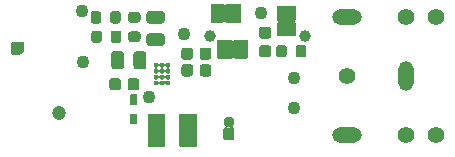
<source format=gbr>
%TF.GenerationSoftware,KiCad,Pcbnew,(5.1.10)-1*%
%TF.CreationDate,2021-10-05T14:24:33+02:00*%
%TF.ProjectId,Masterproef ultrasonic transducer,4d617374-6572-4707-926f-656620756c74,rev?*%
%TF.SameCoordinates,Original*%
%TF.FileFunction,Soldermask,Top*%
%TF.FilePolarity,Negative*%
%FSLAX46Y46*%
G04 Gerber Fmt 4.6, Leading zero omitted, Abs format (unit mm)*
G04 Created by KiCad (PCBNEW (5.1.10)-1) date 2021-10-05 14:24:33*
%MOMM*%
%LPD*%
G01*
G04 APERTURE LIST*
%ADD10C,1.200000*%
%ADD11C,0.100000*%
%ADD12O,0.952000X0.952000*%
%ADD13O,1.310000X2.518000*%
%ADD14O,2.518000X1.310000*%
%ADD15C,1.402000*%
%ADD16C,1.002000*%
%ADD17C,1.102000*%
%ADD18C,0.408000*%
G04 APERTURE END LIST*
D10*
%TO.C,X1*%
X103858000Y-91904000D03*
D11*
G36*
X99888491Y-86952079D02*
G01*
X99869732Y-86946388D01*
X99852443Y-86937147D01*
X99837289Y-86924711D01*
X99824853Y-86909557D01*
X99815612Y-86892268D01*
X99809921Y-86873509D01*
X99808000Y-86854000D01*
X99808000Y-85954000D01*
X99809921Y-85934491D01*
X99815612Y-85915732D01*
X99824853Y-85898443D01*
X99837289Y-85883289D01*
X99852443Y-85870853D01*
X99869732Y-85861612D01*
X99888491Y-85855921D01*
X99908000Y-85854000D01*
X100808000Y-85854000D01*
X100827509Y-85855921D01*
X100846268Y-85861612D01*
X100863557Y-85870853D01*
X100878711Y-85883289D01*
X100891147Y-85898443D01*
X100900388Y-85915732D01*
X100906079Y-85934491D01*
X100908000Y-85954000D01*
X100908000Y-86404000D01*
X100907458Y-86412416D01*
X100907458Y-86426080D01*
X100906976Y-86435883D01*
X100902647Y-86479832D01*
X100901208Y-86489537D01*
X100892593Y-86532849D01*
X100890209Y-86542366D01*
X100889071Y-86546118D01*
X100888669Y-86545996D01*
X100886644Y-86553605D01*
X100886786Y-86553648D01*
X100885537Y-86557765D01*
X100885431Y-86558164D01*
X100885375Y-86558300D01*
X100877389Y-86584627D01*
X100874083Y-86593869D01*
X100857183Y-86634669D01*
X100852988Y-86643539D01*
X100840672Y-86666581D01*
X100840431Y-86667165D01*
X100839518Y-86668741D01*
X100838331Y-86670961D01*
X100838255Y-86670920D01*
X100833816Y-86678578D01*
X100834160Y-86678762D01*
X100832173Y-86682480D01*
X100827125Y-86690903D01*
X100802590Y-86727622D01*
X100796745Y-86735504D01*
X100768730Y-86769641D01*
X100762139Y-86776913D01*
X100747980Y-86791072D01*
X100747599Y-86790691D01*
X100744691Y-86793599D01*
X100745072Y-86793980D01*
X100730913Y-86808139D01*
X100723641Y-86814730D01*
X100689504Y-86842745D01*
X100681622Y-86848590D01*
X100644903Y-86873125D01*
X100636480Y-86878173D01*
X100632762Y-86880160D01*
X100632578Y-86879816D01*
X100624920Y-86884255D01*
X100624961Y-86884331D01*
X100622741Y-86885518D01*
X100621165Y-86886431D01*
X100620581Y-86886672D01*
X100597539Y-86898988D01*
X100588669Y-86903183D01*
X100547869Y-86920083D01*
X100538627Y-86923389D01*
X100512300Y-86931375D01*
X100512164Y-86931431D01*
X100511765Y-86931537D01*
X100507648Y-86932786D01*
X100507605Y-86932644D01*
X100499996Y-86934669D01*
X100500118Y-86935071D01*
X100496366Y-86936209D01*
X100486849Y-86938593D01*
X100443537Y-86947208D01*
X100433832Y-86948647D01*
X100389883Y-86952976D01*
X100380080Y-86953458D01*
X100366416Y-86953458D01*
X100358000Y-86954000D01*
X99908000Y-86954000D01*
X99888491Y-86952079D01*
G37*
%TD*%
D12*
%TO.C,J1*%
X118211600Y-92659200D03*
G36*
G01*
X118687600Y-93234200D02*
X118687600Y-94084200D01*
G75*
G02*
X118636600Y-94135200I-51000J0D01*
G01*
X117786600Y-94135200D01*
G75*
G02*
X117735600Y-94084200I0J51000D01*
G01*
X117735600Y-93234200D01*
G75*
G02*
X117786600Y-93183200I51000J0D01*
G01*
X118636600Y-93183200D01*
G75*
G02*
X118687600Y-93234200I0J-51000D01*
G01*
G37*
%TD*%
D11*
%TO.C,JP3*%
G36*
X118743050Y-87287020D02*
G01*
X118733483Y-87284118D01*
X118724666Y-87279405D01*
X118716938Y-87273062D01*
X118710565Y-87265290D01*
X118210565Y-86515290D01*
X118205862Y-86506468D01*
X118202970Y-86496897D01*
X118202000Y-86486947D01*
X118202990Y-86476998D01*
X118205903Y-86467434D01*
X118210565Y-86458710D01*
X118710565Y-85708710D01*
X118716900Y-85700975D01*
X118724622Y-85694625D01*
X118733434Y-85689903D01*
X118742998Y-85686990D01*
X118753000Y-85686000D01*
X119753000Y-85686000D01*
X119762950Y-85686980D01*
X119772517Y-85689882D01*
X119781334Y-85694595D01*
X119789062Y-85700938D01*
X119795405Y-85708666D01*
X119800118Y-85717483D01*
X119803020Y-85727050D01*
X119804000Y-85737000D01*
X119804000Y-87237000D01*
X119803020Y-87246950D01*
X119800118Y-87256517D01*
X119795405Y-87265334D01*
X119789062Y-87273062D01*
X119781334Y-87279405D01*
X119772517Y-87284118D01*
X119762950Y-87287020D01*
X119753000Y-87288000D01*
X118753000Y-87288000D01*
X118743050Y-87287020D01*
G37*
G36*
X117293050Y-87287020D02*
G01*
X117283483Y-87284118D01*
X117274666Y-87279405D01*
X117266938Y-87273062D01*
X117260595Y-87265334D01*
X117255882Y-87256517D01*
X117252980Y-87246950D01*
X117252000Y-87237000D01*
X117252000Y-85737000D01*
X117252980Y-85727050D01*
X117255882Y-85717483D01*
X117260595Y-85708666D01*
X117266938Y-85700938D01*
X117274666Y-85694595D01*
X117283483Y-85689882D01*
X117293050Y-85686980D01*
X117303000Y-85686000D01*
X118453000Y-85686000D01*
X118462950Y-85686980D01*
X118472517Y-85689882D01*
X118481334Y-85694595D01*
X118489062Y-85700938D01*
X118495405Y-85708666D01*
X118500118Y-85717483D01*
X118503020Y-85727050D01*
X118504000Y-85737000D01*
X118503020Y-85746950D01*
X118500118Y-85756517D01*
X118495435Y-85765290D01*
X118014295Y-86487000D01*
X118495435Y-87208710D01*
X118500138Y-87217532D01*
X118503030Y-87227103D01*
X118504000Y-87237053D01*
X118503010Y-87247002D01*
X118500097Y-87256566D01*
X118495375Y-87265378D01*
X118489025Y-87273100D01*
X118481290Y-87279435D01*
X118472468Y-87284138D01*
X118462897Y-87287030D01*
X118453000Y-87288000D01*
X117303000Y-87288000D01*
X117293050Y-87287020D01*
G37*
%TD*%
%TO.C,JP2*%
G36*
X122288380Y-84289050D02*
G01*
X122291282Y-84279483D01*
X122295995Y-84270666D01*
X122302338Y-84262938D01*
X122310110Y-84256565D01*
X123060110Y-83756565D01*
X123068932Y-83751862D01*
X123078503Y-83748970D01*
X123088453Y-83748000D01*
X123098402Y-83748990D01*
X123107966Y-83751903D01*
X123116690Y-83756565D01*
X123866690Y-84256565D01*
X123874425Y-84262900D01*
X123880775Y-84270622D01*
X123885497Y-84279434D01*
X123888410Y-84288998D01*
X123889400Y-84299000D01*
X123889400Y-85299000D01*
X123888420Y-85308950D01*
X123885518Y-85318517D01*
X123880805Y-85327334D01*
X123874462Y-85335062D01*
X123866734Y-85341405D01*
X123857917Y-85346118D01*
X123848350Y-85349020D01*
X123838400Y-85350000D01*
X122338400Y-85350000D01*
X122328450Y-85349020D01*
X122318883Y-85346118D01*
X122310066Y-85341405D01*
X122302338Y-85335062D01*
X122295995Y-85327334D01*
X122291282Y-85318517D01*
X122288380Y-85308950D01*
X122287400Y-85299000D01*
X122287400Y-84299000D01*
X122288380Y-84289050D01*
G37*
G36*
X122288380Y-82839050D02*
G01*
X122291282Y-82829483D01*
X122295995Y-82820666D01*
X122302338Y-82812938D01*
X122310066Y-82806595D01*
X122318883Y-82801882D01*
X122328450Y-82798980D01*
X122338400Y-82798000D01*
X123838400Y-82798000D01*
X123848350Y-82798980D01*
X123857917Y-82801882D01*
X123866734Y-82806595D01*
X123874462Y-82812938D01*
X123880805Y-82820666D01*
X123885518Y-82829483D01*
X123888420Y-82839050D01*
X123889400Y-82849000D01*
X123889400Y-83999000D01*
X123888420Y-84008950D01*
X123885518Y-84018517D01*
X123880805Y-84027334D01*
X123874462Y-84035062D01*
X123866734Y-84041405D01*
X123857917Y-84046118D01*
X123848350Y-84049020D01*
X123838400Y-84050000D01*
X123828450Y-84049020D01*
X123818883Y-84046118D01*
X123810110Y-84041435D01*
X123088400Y-83560295D01*
X122366690Y-84041435D01*
X122357868Y-84046138D01*
X122348297Y-84049030D01*
X122338347Y-84050000D01*
X122328398Y-84049010D01*
X122318834Y-84046097D01*
X122310022Y-84041375D01*
X122302300Y-84035025D01*
X122295965Y-84027290D01*
X122291262Y-84018468D01*
X122288370Y-84008897D01*
X122287400Y-83999000D01*
X122287400Y-82849000D01*
X122288380Y-82839050D01*
G37*
%TD*%
%TO.C,JP1*%
G36*
X117728750Y-82638980D02*
G01*
X117738317Y-82641882D01*
X117747134Y-82646595D01*
X117754862Y-82652938D01*
X117761235Y-82660710D01*
X118261235Y-83410710D01*
X118265938Y-83419532D01*
X118268830Y-83429103D01*
X118269800Y-83439053D01*
X118268810Y-83449002D01*
X118265897Y-83458566D01*
X118261235Y-83467290D01*
X117761235Y-84217290D01*
X117754900Y-84225025D01*
X117747178Y-84231375D01*
X117738366Y-84236097D01*
X117728802Y-84239010D01*
X117718800Y-84240000D01*
X116718800Y-84240000D01*
X116708850Y-84239020D01*
X116699283Y-84236118D01*
X116690466Y-84231405D01*
X116682738Y-84225062D01*
X116676395Y-84217334D01*
X116671682Y-84208517D01*
X116668780Y-84198950D01*
X116667800Y-84189000D01*
X116667800Y-82689000D01*
X116668780Y-82679050D01*
X116671682Y-82669483D01*
X116676395Y-82660666D01*
X116682738Y-82652938D01*
X116690466Y-82646595D01*
X116699283Y-82641882D01*
X116708850Y-82638980D01*
X116718800Y-82638000D01*
X117718800Y-82638000D01*
X117728750Y-82638980D01*
G37*
G36*
X119178750Y-82638980D02*
G01*
X119188317Y-82641882D01*
X119197134Y-82646595D01*
X119204862Y-82652938D01*
X119211205Y-82660666D01*
X119215918Y-82669483D01*
X119218820Y-82679050D01*
X119219800Y-82689000D01*
X119219800Y-84189000D01*
X119218820Y-84198950D01*
X119215918Y-84208517D01*
X119211205Y-84217334D01*
X119204862Y-84225062D01*
X119197134Y-84231405D01*
X119188317Y-84236118D01*
X119178750Y-84239020D01*
X119168800Y-84240000D01*
X118018800Y-84240000D01*
X118008850Y-84239020D01*
X117999283Y-84236118D01*
X117990466Y-84231405D01*
X117982738Y-84225062D01*
X117976395Y-84217334D01*
X117971682Y-84208517D01*
X117968780Y-84198950D01*
X117967800Y-84189000D01*
X117968780Y-84179050D01*
X117971682Y-84169483D01*
X117976365Y-84160710D01*
X118457505Y-83439000D01*
X117976365Y-82717290D01*
X117971662Y-82708468D01*
X117968770Y-82698897D01*
X117967800Y-82688947D01*
X117968790Y-82678998D01*
X117971703Y-82669434D01*
X117976425Y-82660622D01*
X117982775Y-82652900D01*
X117990510Y-82646565D01*
X117999332Y-82641862D01*
X118008903Y-82638970D01*
X118018800Y-82638000D01*
X119168800Y-82638000D01*
X119178750Y-82638980D01*
G37*
%TD*%
%TO.C,D2*%
G36*
G01*
X109858800Y-92804600D02*
X109858800Y-91986600D01*
G75*
G02*
X109909800Y-91935600I51000J0D01*
G01*
X110409800Y-91935600D01*
G75*
G02*
X110460800Y-91986600I0J-51000D01*
G01*
X110460800Y-92804600D01*
G75*
G02*
X110409800Y-92855600I-51000J0D01*
G01*
X109909800Y-92855600D01*
G75*
G02*
X109858800Y-92804600I0J51000D01*
G01*
G37*
G36*
G01*
X109858800Y-91188600D02*
X109858800Y-90370600D01*
G75*
G02*
X109909800Y-90319600I51000J0D01*
G01*
X110409800Y-90319600D01*
G75*
G02*
X110460800Y-90370600I0J-51000D01*
G01*
X110460800Y-91188600D01*
G75*
G02*
X110409800Y-91239600I-51000J0D01*
G01*
X109909800Y-91239600D01*
G75*
G02*
X109858800Y-91188600I0J51000D01*
G01*
G37*
%TD*%
%TO.C,R7*%
G36*
G01*
X123120800Y-86364300D02*
X123120800Y-86965300D01*
G75*
G02*
X122895300Y-87190800I-225500J0D01*
G01*
X122444300Y-87190800D01*
G75*
G02*
X122218800Y-86965300I0J225500D01*
G01*
X122218800Y-86364300D01*
G75*
G02*
X122444300Y-86138800I225500J0D01*
G01*
X122895300Y-86138800D01*
G75*
G02*
X123120800Y-86364300I0J-225500D01*
G01*
G37*
G36*
G01*
X124770800Y-86364300D02*
X124770800Y-86965300D01*
G75*
G02*
X124545300Y-87190800I-225500J0D01*
G01*
X124094300Y-87190800D01*
G75*
G02*
X123868800Y-86965300I0J225500D01*
G01*
X123868800Y-86364300D01*
G75*
G02*
X124094300Y-86138800I225500J0D01*
G01*
X124545300Y-86138800D01*
G75*
G02*
X124770800Y-86364300I0J-225500D01*
G01*
G37*
%TD*%
%TO.C,C10*%
G36*
G01*
X121009500Y-86151400D02*
X121560500Y-86151400D01*
G75*
G02*
X121811000Y-86401900I0J-250500D01*
G01*
X121811000Y-86902900D01*
G75*
G02*
X121560500Y-87153400I-250500J0D01*
G01*
X121009500Y-87153400D01*
G75*
G02*
X120759000Y-86902900I0J250500D01*
G01*
X120759000Y-86401900D01*
G75*
G02*
X121009500Y-86151400I250500J0D01*
G01*
G37*
G36*
G01*
X121009500Y-84601400D02*
X121560500Y-84601400D01*
G75*
G02*
X121811000Y-84851900I0J-250500D01*
G01*
X121811000Y-85352900D01*
G75*
G02*
X121560500Y-85603400I-250500J0D01*
G01*
X121009500Y-85603400D01*
G75*
G02*
X120759000Y-85352900I0J250500D01*
G01*
X120759000Y-84851900D01*
G75*
G02*
X121009500Y-84601400I250500J0D01*
G01*
G37*
%TD*%
D13*
%TO.C,J2*%
X133223000Y-88726000D03*
D14*
X128223000Y-83726000D03*
X128223000Y-93726000D03*
D15*
X128223000Y-88726000D03*
X133223000Y-83726000D03*
X133223000Y-93726000D03*
X135723000Y-93726000D03*
X135723000Y-83726000D03*
%TD*%
D16*
%TO.C,S1*%
X124642000Y-85344000D03*
X116642000Y-85344000D03*
%TD*%
D17*
%TO.C,9*%
X123698000Y-91440000D03*
%TD*%
%TO.C,7*%
X114429540Y-85242400D03*
%TD*%
%TO.C,6*%
X111455200Y-90500200D03*
%TD*%
%TO.C,4*%
X105867200Y-87579200D03*
%TD*%
%TO.C,3*%
X105765600Y-83235800D03*
%TD*%
%TO.C,2*%
X123698000Y-88900000D03*
%TD*%
%TO.C,1*%
X120954800Y-83413600D03*
%TD*%
%TO.C,L2*%
G36*
G01*
X112833600Y-91995000D02*
X112833600Y-94695000D01*
G75*
G02*
X112782600Y-94746000I-51000J0D01*
G01*
X111382600Y-94746000D01*
G75*
G02*
X111331600Y-94695000I0J51000D01*
G01*
X111331600Y-91995000D01*
G75*
G02*
X111382600Y-91944000I51000J0D01*
G01*
X112782600Y-91944000D01*
G75*
G02*
X112833600Y-91995000I0J-51000D01*
G01*
G37*
G36*
G01*
X115533600Y-91995000D02*
X115533600Y-94695000D01*
G75*
G02*
X115482600Y-94746000I-51000J0D01*
G01*
X114082600Y-94746000D01*
G75*
G02*
X114031600Y-94695000I0J51000D01*
G01*
X114031600Y-91995000D01*
G75*
G02*
X114082600Y-91944000I51000J0D01*
G01*
X115482600Y-91944000D01*
G75*
G02*
X115533600Y-91995000I0J-51000D01*
G01*
G37*
%TD*%
D18*
%TO.C,IC2*%
X113055020Y-89322340D03*
X112555020Y-89322340D03*
X112055020Y-89322340D03*
X113055020Y-88822340D03*
X112555020Y-88822340D03*
X112055020Y-88822340D03*
X113055020Y-88322340D03*
X112555020Y-88322340D03*
X112055020Y-88322340D03*
X113055020Y-87822340D03*
X112555020Y-87822340D03*
X112055020Y-87822340D03*
%TD*%
%TO.C,R6*%
G36*
G01*
X107413940Y-83491560D02*
X107413940Y-84092560D01*
G75*
G02*
X107188440Y-84318060I-225500J0D01*
G01*
X106737440Y-84318060D01*
G75*
G02*
X106511940Y-84092560I0J225500D01*
G01*
X106511940Y-83491560D01*
G75*
G02*
X106737440Y-83266060I225500J0D01*
G01*
X107188440Y-83266060D01*
G75*
G02*
X107413940Y-83491560I0J-225500D01*
G01*
G37*
G36*
G01*
X109063940Y-83491560D02*
X109063940Y-84092560D01*
G75*
G02*
X108838440Y-84318060I-225500J0D01*
G01*
X108387440Y-84318060D01*
G75*
G02*
X108161940Y-84092560I0J225500D01*
G01*
X108161940Y-83491560D01*
G75*
G02*
X108387440Y-83266060I225500J0D01*
G01*
X108838440Y-83266060D01*
G75*
G02*
X109063940Y-83491560I0J-225500D01*
G01*
G37*
%TD*%
%TO.C,R5*%
G36*
G01*
X108215280Y-85735940D02*
X108215280Y-85134940D01*
G75*
G02*
X108440780Y-84909440I225500J0D01*
G01*
X108891780Y-84909440D01*
G75*
G02*
X109117280Y-85134940I0J-225500D01*
G01*
X109117280Y-85735940D01*
G75*
G02*
X108891780Y-85961440I-225500J0D01*
G01*
X108440780Y-85961440D01*
G75*
G02*
X108215280Y-85735940I0J225500D01*
G01*
G37*
G36*
G01*
X106565280Y-85735940D02*
X106565280Y-85134940D01*
G75*
G02*
X106790780Y-84909440I225500J0D01*
G01*
X107241780Y-84909440D01*
G75*
G02*
X107467280Y-85134940I0J-225500D01*
G01*
X107467280Y-85735940D01*
G75*
G02*
X107241780Y-85961440I-225500J0D01*
G01*
X106790780Y-85961440D01*
G75*
G02*
X106565280Y-85735940I0J225500D01*
G01*
G37*
%TD*%
%TO.C,R4*%
G36*
G01*
X109910100Y-84986480D02*
X110511100Y-84986480D01*
G75*
G02*
X110736600Y-85211980I0J-225500D01*
G01*
X110736600Y-85662980D01*
G75*
G02*
X110511100Y-85888480I-225500J0D01*
G01*
X109910100Y-85888480D01*
G75*
G02*
X109684600Y-85662980I0J225500D01*
G01*
X109684600Y-85211980D01*
G75*
G02*
X109910100Y-84986480I225500J0D01*
G01*
G37*
G36*
G01*
X109910100Y-83336480D02*
X110511100Y-83336480D01*
G75*
G02*
X110736600Y-83561980I0J-225500D01*
G01*
X110736600Y-84012980D01*
G75*
G02*
X110511100Y-84238480I-225500J0D01*
G01*
X109910100Y-84238480D01*
G75*
G02*
X109684600Y-84012980I0J225500D01*
G01*
X109684600Y-83561980D01*
G75*
G02*
X109910100Y-83336480I225500J0D01*
G01*
G37*
%TD*%
%TO.C,C9*%
G36*
G01*
X115744640Y-88550660D02*
X115744640Y-87999660D01*
G75*
G02*
X115995140Y-87749160I250500J0D01*
G01*
X116496140Y-87749160D01*
G75*
G02*
X116746640Y-87999660I0J-250500D01*
G01*
X116746640Y-88550660D01*
G75*
G02*
X116496140Y-88801160I-250500J0D01*
G01*
X115995140Y-88801160D01*
G75*
G02*
X115744640Y-88550660I0J250500D01*
G01*
G37*
G36*
G01*
X114194640Y-88550660D02*
X114194640Y-87999660D01*
G75*
G02*
X114445140Y-87749160I250500J0D01*
G01*
X114946140Y-87749160D01*
G75*
G02*
X115196640Y-87999660I0J-250500D01*
G01*
X115196640Y-88550660D01*
G75*
G02*
X114946140Y-88801160I-250500J0D01*
G01*
X114445140Y-88801160D01*
G75*
G02*
X114194640Y-88550660I0J250500D01*
G01*
G37*
%TD*%
%TO.C,C8*%
G36*
G01*
X110142200Y-87927300D02*
X110142200Y-86926300D01*
G75*
G02*
X110417700Y-86650800I275500J0D01*
G01*
X110968700Y-86650800D01*
G75*
G02*
X111244200Y-86926300I0J-275500D01*
G01*
X111244200Y-87927300D01*
G75*
G02*
X110968700Y-88202800I-275500J0D01*
G01*
X110417700Y-88202800D01*
G75*
G02*
X110142200Y-87927300I0J275500D01*
G01*
G37*
G36*
G01*
X108242200Y-87927300D02*
X108242200Y-86926300D01*
G75*
G02*
X108517700Y-86650800I275500J0D01*
G01*
X109068700Y-86650800D01*
G75*
G02*
X109344200Y-86926300I0J-275500D01*
G01*
X109344200Y-87927300D01*
G75*
G02*
X109068700Y-88202800I-275500J0D01*
G01*
X108517700Y-88202800D01*
G75*
G02*
X108242200Y-87927300I0J275500D01*
G01*
G37*
%TD*%
%TO.C,C7*%
G36*
G01*
X111518580Y-85135940D02*
X112519580Y-85135940D01*
G75*
G02*
X112795080Y-85411440I0J-275500D01*
G01*
X112795080Y-85962440D01*
G75*
G02*
X112519580Y-86237940I-275500J0D01*
G01*
X111518580Y-86237940D01*
G75*
G02*
X111243080Y-85962440I0J275500D01*
G01*
X111243080Y-85411440D01*
G75*
G02*
X111518580Y-85135940I275500J0D01*
G01*
G37*
G36*
G01*
X111518580Y-83235940D02*
X112519580Y-83235940D01*
G75*
G02*
X112795080Y-83511440I0J-275500D01*
G01*
X112795080Y-84062440D01*
G75*
G02*
X112519580Y-84337940I-275500J0D01*
G01*
X111518580Y-84337940D01*
G75*
G02*
X111243080Y-84062440I0J275500D01*
G01*
X111243080Y-83511440D01*
G75*
G02*
X111518580Y-83235940I275500J0D01*
G01*
G37*
%TD*%
%TO.C,C6*%
G36*
G01*
X115186480Y-86595040D02*
X115186480Y-87146040D01*
G75*
G02*
X114935980Y-87396540I-250500J0D01*
G01*
X114434980Y-87396540D01*
G75*
G02*
X114184480Y-87146040I0J250500D01*
G01*
X114184480Y-86595040D01*
G75*
G02*
X114434980Y-86344540I250500J0D01*
G01*
X114935980Y-86344540D01*
G75*
G02*
X115186480Y-86595040I0J-250500D01*
G01*
G37*
G36*
G01*
X116736480Y-86595040D02*
X116736480Y-87146040D01*
G75*
G02*
X116485980Y-87396540I-250500J0D01*
G01*
X115984980Y-87396540D01*
G75*
G02*
X115734480Y-87146040I0J250500D01*
G01*
X115734480Y-86595040D01*
G75*
G02*
X115984980Y-86344540I250500J0D01*
G01*
X116485980Y-86344540D01*
G75*
G02*
X116736480Y-86595040I0J-250500D01*
G01*
G37*
%TD*%
%TO.C,C5*%
G36*
G01*
X109093020Y-89183300D02*
X109093020Y-89734300D01*
G75*
G02*
X108842520Y-89984800I-250500J0D01*
G01*
X108341520Y-89984800D01*
G75*
G02*
X108091020Y-89734300I0J250500D01*
G01*
X108091020Y-89183300D01*
G75*
G02*
X108341520Y-88932800I250500J0D01*
G01*
X108842520Y-88932800D01*
G75*
G02*
X109093020Y-89183300I0J-250500D01*
G01*
G37*
G36*
G01*
X110643020Y-89183300D02*
X110643020Y-89734300D01*
G75*
G02*
X110392520Y-89984800I-250500J0D01*
G01*
X109891520Y-89984800D01*
G75*
G02*
X109641020Y-89734300I0J250500D01*
G01*
X109641020Y-89183300D01*
G75*
G02*
X109891520Y-88932800I250500J0D01*
G01*
X110392520Y-88932800D01*
G75*
G02*
X110643020Y-89183300I0J-250500D01*
G01*
G37*
%TD*%
D11*
G36*
X117858448Y-92973144D02*
G01*
X117910903Y-93025599D01*
X117988162Y-93077222D01*
X118074006Y-93112780D01*
X118165143Y-93130908D01*
X118258057Y-93130908D01*
X118349194Y-93112780D01*
X118435038Y-93077222D01*
X118512297Y-93025599D01*
X118564752Y-92973144D01*
X118566684Y-92972626D01*
X118568098Y-92974040D01*
X118567712Y-92975827D01*
X118556186Y-92989871D01*
X118544821Y-93011135D01*
X118537821Y-93034210D01*
X118535458Y-93058201D01*
X118537821Y-93082192D01*
X118544821Y-93105267D01*
X118556186Y-93126531D01*
X118571481Y-93145168D01*
X118590118Y-93160463D01*
X118611382Y-93171828D01*
X118634457Y-93178828D01*
X118658644Y-93181210D01*
X118660270Y-93182375D01*
X118660074Y-93184365D01*
X118658448Y-93185200D01*
X117764752Y-93185200D01*
X117763020Y-93184200D01*
X117763020Y-93182200D01*
X117764556Y-93181210D01*
X117788743Y-93178828D01*
X117811818Y-93171828D01*
X117833082Y-93160463D01*
X117851719Y-93145168D01*
X117867014Y-93126531D01*
X117878379Y-93105267D01*
X117885379Y-93082192D01*
X117887742Y-93058201D01*
X117885379Y-93034210D01*
X117878379Y-93011135D01*
X117867014Y-92989871D01*
X117855488Y-92975827D01*
X117855162Y-92973853D01*
X117856708Y-92972585D01*
X117858448Y-92973144D01*
G37*
G36*
X112215842Y-89194075D02*
G01*
X112217973Y-89196206D01*
X112236690Y-89211567D01*
X112257954Y-89222932D01*
X112281029Y-89229932D01*
X112305020Y-89232295D01*
X112329011Y-89229932D01*
X112352086Y-89222932D01*
X112373350Y-89211567D01*
X112392067Y-89196206D01*
X112394198Y-89194075D01*
X112396130Y-89193557D01*
X112397544Y-89194971D01*
X112397275Y-89196600D01*
X112376881Y-89227122D01*
X112361728Y-89263704D01*
X112354002Y-89302544D01*
X112354002Y-89342136D01*
X112361728Y-89380976D01*
X112376881Y-89417558D01*
X112397275Y-89448080D01*
X112397406Y-89450076D01*
X112395743Y-89451187D01*
X112394198Y-89450605D01*
X112392067Y-89448474D01*
X112373350Y-89433113D01*
X112352086Y-89421748D01*
X112329011Y-89414748D01*
X112305020Y-89412385D01*
X112281029Y-89414748D01*
X112257954Y-89421748D01*
X112236690Y-89433113D01*
X112217973Y-89448474D01*
X112215842Y-89450605D01*
X112213910Y-89451123D01*
X112212496Y-89449709D01*
X112212765Y-89448080D01*
X112233159Y-89417558D01*
X112248312Y-89380976D01*
X112256038Y-89342136D01*
X112256038Y-89302544D01*
X112248312Y-89263704D01*
X112233159Y-89227122D01*
X112212765Y-89196600D01*
X112212634Y-89194604D01*
X112214297Y-89193493D01*
X112215842Y-89194075D01*
G37*
G36*
X112715842Y-89194075D02*
G01*
X112717973Y-89196206D01*
X112736690Y-89211567D01*
X112757954Y-89222932D01*
X112781029Y-89229932D01*
X112805020Y-89232295D01*
X112829011Y-89229932D01*
X112852086Y-89222932D01*
X112873350Y-89211567D01*
X112892067Y-89196206D01*
X112894198Y-89194075D01*
X112896130Y-89193557D01*
X112897544Y-89194971D01*
X112897275Y-89196600D01*
X112876881Y-89227122D01*
X112861728Y-89263704D01*
X112854002Y-89302544D01*
X112854002Y-89342136D01*
X112861728Y-89380976D01*
X112876881Y-89417558D01*
X112897275Y-89448080D01*
X112897406Y-89450076D01*
X112895743Y-89451187D01*
X112894198Y-89450605D01*
X112892067Y-89448474D01*
X112873350Y-89433113D01*
X112852086Y-89421748D01*
X112829011Y-89414748D01*
X112805020Y-89412385D01*
X112781029Y-89414748D01*
X112757954Y-89421748D01*
X112736690Y-89433113D01*
X112717973Y-89448474D01*
X112715842Y-89450605D01*
X112713910Y-89451123D01*
X112712496Y-89449709D01*
X112712765Y-89448080D01*
X112733159Y-89417558D01*
X112748312Y-89380976D01*
X112756038Y-89342136D01*
X112756038Y-89302544D01*
X112748312Y-89263704D01*
X112733159Y-89227122D01*
X112712765Y-89196600D01*
X112712634Y-89194604D01*
X112714297Y-89193493D01*
X112715842Y-89194075D01*
G37*
G36*
X112429280Y-88980085D02*
G01*
X112459802Y-89000479D01*
X112496384Y-89015632D01*
X112535224Y-89023358D01*
X112574816Y-89023358D01*
X112613656Y-89015632D01*
X112650238Y-89000479D01*
X112680760Y-88980085D01*
X112682756Y-88979954D01*
X112683867Y-88981617D01*
X112683285Y-88983162D01*
X112681154Y-88985293D01*
X112665793Y-89004010D01*
X112654428Y-89025274D01*
X112647428Y-89048349D01*
X112645065Y-89072340D01*
X112647428Y-89096331D01*
X112654428Y-89119406D01*
X112665793Y-89140670D01*
X112681154Y-89159387D01*
X112683285Y-89161518D01*
X112683803Y-89163450D01*
X112682389Y-89164864D01*
X112680760Y-89164595D01*
X112650238Y-89144201D01*
X112613656Y-89129048D01*
X112574816Y-89121322D01*
X112535224Y-89121322D01*
X112496384Y-89129048D01*
X112459802Y-89144201D01*
X112429280Y-89164595D01*
X112427284Y-89164726D01*
X112426173Y-89163063D01*
X112426755Y-89161518D01*
X112428886Y-89159387D01*
X112444247Y-89140670D01*
X112455612Y-89119406D01*
X112462612Y-89096331D01*
X112464975Y-89072340D01*
X112462612Y-89048349D01*
X112455612Y-89025274D01*
X112444247Y-89004010D01*
X112428886Y-88985293D01*
X112426755Y-88983162D01*
X112426237Y-88981230D01*
X112427651Y-88979816D01*
X112429280Y-88980085D01*
G37*
G36*
X111929280Y-88980085D02*
G01*
X111959802Y-89000479D01*
X111996384Y-89015632D01*
X112035224Y-89023358D01*
X112074816Y-89023358D01*
X112113656Y-89015632D01*
X112150238Y-89000479D01*
X112180760Y-88980085D01*
X112182756Y-88979954D01*
X112183867Y-88981617D01*
X112183285Y-88983162D01*
X112181154Y-88985293D01*
X112165793Y-89004010D01*
X112154428Y-89025274D01*
X112147428Y-89048349D01*
X112145065Y-89072340D01*
X112147428Y-89096331D01*
X112154428Y-89119406D01*
X112165793Y-89140670D01*
X112181154Y-89159387D01*
X112183285Y-89161518D01*
X112183803Y-89163450D01*
X112182389Y-89164864D01*
X112180760Y-89164595D01*
X112150238Y-89144201D01*
X112113656Y-89129048D01*
X112074816Y-89121322D01*
X112035224Y-89121322D01*
X111996384Y-89129048D01*
X111959802Y-89144201D01*
X111929280Y-89164595D01*
X111927284Y-89164726D01*
X111926173Y-89163063D01*
X111926755Y-89161518D01*
X111928886Y-89159387D01*
X111944247Y-89140670D01*
X111955612Y-89119406D01*
X111962612Y-89096331D01*
X111964975Y-89072340D01*
X111962612Y-89048349D01*
X111955612Y-89025274D01*
X111944247Y-89004010D01*
X111928886Y-88985293D01*
X111926755Y-88983162D01*
X111926237Y-88981230D01*
X111927651Y-88979816D01*
X111929280Y-88980085D01*
G37*
G36*
X112929280Y-88980085D02*
G01*
X112959802Y-89000479D01*
X112996384Y-89015632D01*
X113035224Y-89023358D01*
X113074816Y-89023358D01*
X113113656Y-89015632D01*
X113150238Y-89000479D01*
X113180760Y-88980085D01*
X113182756Y-88979954D01*
X113183867Y-88981617D01*
X113183285Y-88983162D01*
X113181154Y-88985293D01*
X113165793Y-89004010D01*
X113154428Y-89025274D01*
X113147428Y-89048349D01*
X113145065Y-89072340D01*
X113147428Y-89096331D01*
X113154428Y-89119406D01*
X113165793Y-89140670D01*
X113181154Y-89159387D01*
X113183285Y-89161518D01*
X113183803Y-89163450D01*
X113182389Y-89164864D01*
X113180760Y-89164595D01*
X113150238Y-89144201D01*
X113113656Y-89129048D01*
X113074816Y-89121322D01*
X113035224Y-89121322D01*
X112996384Y-89129048D01*
X112959802Y-89144201D01*
X112929280Y-89164595D01*
X112927284Y-89164726D01*
X112926173Y-89163063D01*
X112926755Y-89161518D01*
X112928886Y-89159387D01*
X112944247Y-89140670D01*
X112955612Y-89119406D01*
X112962612Y-89096331D01*
X112964975Y-89072340D01*
X112962612Y-89048349D01*
X112955612Y-89025274D01*
X112944247Y-89004010D01*
X112928886Y-88985293D01*
X112926755Y-88983162D01*
X112926237Y-88981230D01*
X112927651Y-88979816D01*
X112929280Y-88980085D01*
G37*
G36*
X112215842Y-88694075D02*
G01*
X112217973Y-88696206D01*
X112236690Y-88711567D01*
X112257954Y-88722932D01*
X112281029Y-88729932D01*
X112305020Y-88732295D01*
X112329011Y-88729932D01*
X112352086Y-88722932D01*
X112373350Y-88711567D01*
X112392067Y-88696206D01*
X112394198Y-88694075D01*
X112396130Y-88693557D01*
X112397544Y-88694971D01*
X112397275Y-88696600D01*
X112376881Y-88727122D01*
X112361728Y-88763704D01*
X112354002Y-88802544D01*
X112354002Y-88842136D01*
X112361728Y-88880976D01*
X112376881Y-88917558D01*
X112397275Y-88948080D01*
X112397406Y-88950076D01*
X112395743Y-88951187D01*
X112394198Y-88950605D01*
X112392067Y-88948474D01*
X112373350Y-88933113D01*
X112352086Y-88921748D01*
X112329011Y-88914748D01*
X112305020Y-88912385D01*
X112281029Y-88914748D01*
X112257954Y-88921748D01*
X112236690Y-88933113D01*
X112217973Y-88948474D01*
X112215842Y-88950605D01*
X112213910Y-88951123D01*
X112212496Y-88949709D01*
X112212765Y-88948080D01*
X112233159Y-88917558D01*
X112248312Y-88880976D01*
X112256038Y-88842136D01*
X112256038Y-88802544D01*
X112248312Y-88763704D01*
X112233159Y-88727122D01*
X112212765Y-88696600D01*
X112212634Y-88694604D01*
X112214297Y-88693493D01*
X112215842Y-88694075D01*
G37*
G36*
X112715842Y-88694075D02*
G01*
X112717973Y-88696206D01*
X112736690Y-88711567D01*
X112757954Y-88722932D01*
X112781029Y-88729932D01*
X112805020Y-88732295D01*
X112829011Y-88729932D01*
X112852086Y-88722932D01*
X112873350Y-88711567D01*
X112892067Y-88696206D01*
X112894198Y-88694075D01*
X112896130Y-88693557D01*
X112897544Y-88694971D01*
X112897275Y-88696600D01*
X112876881Y-88727122D01*
X112861728Y-88763704D01*
X112854002Y-88802544D01*
X112854002Y-88842136D01*
X112861728Y-88880976D01*
X112876881Y-88917558D01*
X112897275Y-88948080D01*
X112897406Y-88950076D01*
X112895743Y-88951187D01*
X112894198Y-88950605D01*
X112892067Y-88948474D01*
X112873350Y-88933113D01*
X112852086Y-88921748D01*
X112829011Y-88914748D01*
X112805020Y-88912385D01*
X112781029Y-88914748D01*
X112757954Y-88921748D01*
X112736690Y-88933113D01*
X112717973Y-88948474D01*
X112715842Y-88950605D01*
X112713910Y-88951123D01*
X112712496Y-88949709D01*
X112712765Y-88948080D01*
X112733159Y-88917558D01*
X112748312Y-88880976D01*
X112756038Y-88842136D01*
X112756038Y-88802544D01*
X112748312Y-88763704D01*
X112733159Y-88727122D01*
X112712765Y-88696600D01*
X112712634Y-88694604D01*
X112714297Y-88693493D01*
X112715842Y-88694075D01*
G37*
G36*
X112429280Y-88480085D02*
G01*
X112459802Y-88500479D01*
X112496384Y-88515632D01*
X112535224Y-88523358D01*
X112574816Y-88523358D01*
X112613656Y-88515632D01*
X112650238Y-88500479D01*
X112680760Y-88480085D01*
X112682756Y-88479954D01*
X112683867Y-88481617D01*
X112683285Y-88483162D01*
X112681154Y-88485293D01*
X112665793Y-88504010D01*
X112654428Y-88525274D01*
X112647428Y-88548349D01*
X112645065Y-88572340D01*
X112647428Y-88596331D01*
X112654428Y-88619406D01*
X112665793Y-88640670D01*
X112681154Y-88659387D01*
X112683285Y-88661518D01*
X112683803Y-88663450D01*
X112682389Y-88664864D01*
X112680760Y-88664595D01*
X112650238Y-88644201D01*
X112613656Y-88629048D01*
X112574816Y-88621322D01*
X112535224Y-88621322D01*
X112496384Y-88629048D01*
X112459802Y-88644201D01*
X112429280Y-88664595D01*
X112427284Y-88664726D01*
X112426173Y-88663063D01*
X112426755Y-88661518D01*
X112428886Y-88659387D01*
X112444247Y-88640670D01*
X112455612Y-88619406D01*
X112462612Y-88596331D01*
X112464975Y-88572340D01*
X112462612Y-88548349D01*
X112455612Y-88525274D01*
X112444247Y-88504010D01*
X112428886Y-88485293D01*
X112426755Y-88483162D01*
X112426237Y-88481230D01*
X112427651Y-88479816D01*
X112429280Y-88480085D01*
G37*
G36*
X111929280Y-88480085D02*
G01*
X111959802Y-88500479D01*
X111996384Y-88515632D01*
X112035224Y-88523358D01*
X112074816Y-88523358D01*
X112113656Y-88515632D01*
X112150238Y-88500479D01*
X112180760Y-88480085D01*
X112182756Y-88479954D01*
X112183867Y-88481617D01*
X112183285Y-88483162D01*
X112181154Y-88485293D01*
X112165793Y-88504010D01*
X112154428Y-88525274D01*
X112147428Y-88548349D01*
X112145065Y-88572340D01*
X112147428Y-88596331D01*
X112154428Y-88619406D01*
X112165793Y-88640670D01*
X112181154Y-88659387D01*
X112183285Y-88661518D01*
X112183803Y-88663450D01*
X112182389Y-88664864D01*
X112180760Y-88664595D01*
X112150238Y-88644201D01*
X112113656Y-88629048D01*
X112074816Y-88621322D01*
X112035224Y-88621322D01*
X111996384Y-88629048D01*
X111959802Y-88644201D01*
X111929280Y-88664595D01*
X111927284Y-88664726D01*
X111926173Y-88663063D01*
X111926755Y-88661518D01*
X111928886Y-88659387D01*
X111944247Y-88640670D01*
X111955612Y-88619406D01*
X111962612Y-88596331D01*
X111964975Y-88572340D01*
X111962612Y-88548349D01*
X111955612Y-88525274D01*
X111944247Y-88504010D01*
X111928886Y-88485293D01*
X111926755Y-88483162D01*
X111926237Y-88481230D01*
X111927651Y-88479816D01*
X111929280Y-88480085D01*
G37*
G36*
X112929280Y-88480085D02*
G01*
X112959802Y-88500479D01*
X112996384Y-88515632D01*
X113035224Y-88523358D01*
X113074816Y-88523358D01*
X113113656Y-88515632D01*
X113150238Y-88500479D01*
X113180760Y-88480085D01*
X113182756Y-88479954D01*
X113183867Y-88481617D01*
X113183285Y-88483162D01*
X113181154Y-88485293D01*
X113165793Y-88504010D01*
X113154428Y-88525274D01*
X113147428Y-88548349D01*
X113145065Y-88572340D01*
X113147428Y-88596331D01*
X113154428Y-88619406D01*
X113165793Y-88640670D01*
X113181154Y-88659387D01*
X113183285Y-88661518D01*
X113183803Y-88663450D01*
X113182389Y-88664864D01*
X113180760Y-88664595D01*
X113150238Y-88644201D01*
X113113656Y-88629048D01*
X113074816Y-88621322D01*
X113035224Y-88621322D01*
X112996384Y-88629048D01*
X112959802Y-88644201D01*
X112929280Y-88664595D01*
X112927284Y-88664726D01*
X112926173Y-88663063D01*
X112926755Y-88661518D01*
X112928886Y-88659387D01*
X112944247Y-88640670D01*
X112955612Y-88619406D01*
X112962612Y-88596331D01*
X112964975Y-88572340D01*
X112962612Y-88548349D01*
X112955612Y-88525274D01*
X112944247Y-88504010D01*
X112928886Y-88485293D01*
X112926755Y-88483162D01*
X112926237Y-88481230D01*
X112927651Y-88479816D01*
X112929280Y-88480085D01*
G37*
G36*
X112715842Y-88194075D02*
G01*
X112717973Y-88196206D01*
X112736690Y-88211567D01*
X112757954Y-88222932D01*
X112781029Y-88229932D01*
X112805020Y-88232295D01*
X112829011Y-88229932D01*
X112852086Y-88222932D01*
X112873350Y-88211567D01*
X112892067Y-88196206D01*
X112894198Y-88194075D01*
X112896130Y-88193557D01*
X112897544Y-88194971D01*
X112897275Y-88196600D01*
X112876881Y-88227122D01*
X112861728Y-88263704D01*
X112854002Y-88302544D01*
X112854002Y-88342136D01*
X112861728Y-88380976D01*
X112876881Y-88417558D01*
X112897275Y-88448080D01*
X112897406Y-88450076D01*
X112895743Y-88451187D01*
X112894198Y-88450605D01*
X112892067Y-88448474D01*
X112873350Y-88433113D01*
X112852086Y-88421748D01*
X112829011Y-88414748D01*
X112805020Y-88412385D01*
X112781029Y-88414748D01*
X112757954Y-88421748D01*
X112736690Y-88433113D01*
X112717973Y-88448474D01*
X112715842Y-88450605D01*
X112713910Y-88451123D01*
X112712496Y-88449709D01*
X112712765Y-88448080D01*
X112733159Y-88417558D01*
X112748312Y-88380976D01*
X112756038Y-88342136D01*
X112756038Y-88302544D01*
X112748312Y-88263704D01*
X112733159Y-88227122D01*
X112712765Y-88196600D01*
X112712634Y-88194604D01*
X112714297Y-88193493D01*
X112715842Y-88194075D01*
G37*
G36*
X112215842Y-88194075D02*
G01*
X112217973Y-88196206D01*
X112236690Y-88211567D01*
X112257954Y-88222932D01*
X112281029Y-88229932D01*
X112305020Y-88232295D01*
X112329011Y-88229932D01*
X112352086Y-88222932D01*
X112373350Y-88211567D01*
X112392067Y-88196206D01*
X112394198Y-88194075D01*
X112396130Y-88193557D01*
X112397544Y-88194971D01*
X112397275Y-88196600D01*
X112376881Y-88227122D01*
X112361728Y-88263704D01*
X112354002Y-88302544D01*
X112354002Y-88342136D01*
X112361728Y-88380976D01*
X112376881Y-88417558D01*
X112397275Y-88448080D01*
X112397406Y-88450076D01*
X112395743Y-88451187D01*
X112394198Y-88450605D01*
X112392067Y-88448474D01*
X112373350Y-88433113D01*
X112352086Y-88421748D01*
X112329011Y-88414748D01*
X112305020Y-88412385D01*
X112281029Y-88414748D01*
X112257954Y-88421748D01*
X112236690Y-88433113D01*
X112217973Y-88448474D01*
X112215842Y-88450605D01*
X112213910Y-88451123D01*
X112212496Y-88449709D01*
X112212765Y-88448080D01*
X112233159Y-88417558D01*
X112248312Y-88380976D01*
X112256038Y-88342136D01*
X112256038Y-88302544D01*
X112248312Y-88263704D01*
X112233159Y-88227122D01*
X112212765Y-88196600D01*
X112212634Y-88194604D01*
X112214297Y-88193493D01*
X112215842Y-88194075D01*
G37*
G36*
X112929280Y-87980085D02*
G01*
X112959802Y-88000479D01*
X112996384Y-88015632D01*
X113035224Y-88023358D01*
X113074816Y-88023358D01*
X113113656Y-88015632D01*
X113150238Y-88000479D01*
X113180760Y-87980085D01*
X113182756Y-87979954D01*
X113183867Y-87981617D01*
X113183285Y-87983162D01*
X113181154Y-87985293D01*
X113165793Y-88004010D01*
X113154428Y-88025274D01*
X113147428Y-88048349D01*
X113145065Y-88072340D01*
X113147428Y-88096331D01*
X113154428Y-88119406D01*
X113165793Y-88140670D01*
X113181154Y-88159387D01*
X113183285Y-88161518D01*
X113183803Y-88163450D01*
X113182389Y-88164864D01*
X113180760Y-88164595D01*
X113150238Y-88144201D01*
X113113656Y-88129048D01*
X113074816Y-88121322D01*
X113035224Y-88121322D01*
X112996384Y-88129048D01*
X112959802Y-88144201D01*
X112929280Y-88164595D01*
X112927284Y-88164726D01*
X112926173Y-88163063D01*
X112926755Y-88161518D01*
X112928886Y-88159387D01*
X112944247Y-88140670D01*
X112955612Y-88119406D01*
X112962612Y-88096331D01*
X112964975Y-88072340D01*
X112962612Y-88048349D01*
X112955612Y-88025274D01*
X112944247Y-88004010D01*
X112928886Y-87985293D01*
X112926755Y-87983162D01*
X112926237Y-87981230D01*
X112927651Y-87979816D01*
X112929280Y-87980085D01*
G37*
G36*
X112429280Y-87980085D02*
G01*
X112459802Y-88000479D01*
X112496384Y-88015632D01*
X112535224Y-88023358D01*
X112574816Y-88023358D01*
X112613656Y-88015632D01*
X112650238Y-88000479D01*
X112680760Y-87980085D01*
X112682756Y-87979954D01*
X112683867Y-87981617D01*
X112683285Y-87983162D01*
X112681154Y-87985293D01*
X112665793Y-88004010D01*
X112654428Y-88025274D01*
X112647428Y-88048349D01*
X112645065Y-88072340D01*
X112647428Y-88096331D01*
X112654428Y-88119406D01*
X112665793Y-88140670D01*
X112681154Y-88159387D01*
X112683285Y-88161518D01*
X112683803Y-88163450D01*
X112682389Y-88164864D01*
X112680760Y-88164595D01*
X112650238Y-88144201D01*
X112613656Y-88129048D01*
X112574816Y-88121322D01*
X112535224Y-88121322D01*
X112496384Y-88129048D01*
X112459802Y-88144201D01*
X112429280Y-88164595D01*
X112427284Y-88164726D01*
X112426173Y-88163063D01*
X112426755Y-88161518D01*
X112428886Y-88159387D01*
X112444247Y-88140670D01*
X112455612Y-88119406D01*
X112462612Y-88096331D01*
X112464975Y-88072340D01*
X112462612Y-88048349D01*
X112455612Y-88025274D01*
X112444247Y-88004010D01*
X112428886Y-87985293D01*
X112426755Y-87983162D01*
X112426237Y-87981230D01*
X112427651Y-87979816D01*
X112429280Y-87980085D01*
G37*
G36*
X111929280Y-87980085D02*
G01*
X111959802Y-88000479D01*
X111996384Y-88015632D01*
X112035224Y-88023358D01*
X112074816Y-88023358D01*
X112113656Y-88015632D01*
X112150238Y-88000479D01*
X112180760Y-87980085D01*
X112182756Y-87979954D01*
X112183867Y-87981617D01*
X112183285Y-87983162D01*
X112181154Y-87985293D01*
X112165793Y-88004010D01*
X112154428Y-88025274D01*
X112147428Y-88048349D01*
X112145065Y-88072340D01*
X112147428Y-88096331D01*
X112154428Y-88119406D01*
X112165793Y-88140670D01*
X112181154Y-88159387D01*
X112183285Y-88161518D01*
X112183803Y-88163450D01*
X112182389Y-88164864D01*
X112180760Y-88164595D01*
X112150238Y-88144201D01*
X112113656Y-88129048D01*
X112074816Y-88121322D01*
X112035224Y-88121322D01*
X111996384Y-88129048D01*
X111959802Y-88144201D01*
X111929280Y-88164595D01*
X111927284Y-88164726D01*
X111926173Y-88163063D01*
X111926755Y-88161518D01*
X111928886Y-88159387D01*
X111944247Y-88140670D01*
X111955612Y-88119406D01*
X111962612Y-88096331D01*
X111964975Y-88072340D01*
X111962612Y-88048349D01*
X111955612Y-88025274D01*
X111944247Y-88004010D01*
X111928886Y-87985293D01*
X111926755Y-87983162D01*
X111926237Y-87981230D01*
X111927651Y-87979816D01*
X111929280Y-87980085D01*
G37*
G36*
X112215842Y-87694075D02*
G01*
X112217973Y-87696206D01*
X112236690Y-87711567D01*
X112257954Y-87722932D01*
X112281029Y-87729932D01*
X112305020Y-87732295D01*
X112329011Y-87729932D01*
X112352086Y-87722932D01*
X112373350Y-87711567D01*
X112392067Y-87696206D01*
X112394198Y-87694075D01*
X112396130Y-87693557D01*
X112397544Y-87694971D01*
X112397275Y-87696600D01*
X112376881Y-87727122D01*
X112361728Y-87763704D01*
X112354002Y-87802544D01*
X112354002Y-87842136D01*
X112361728Y-87880976D01*
X112376881Y-87917558D01*
X112397275Y-87948080D01*
X112397406Y-87950076D01*
X112395743Y-87951187D01*
X112394198Y-87950605D01*
X112392067Y-87948474D01*
X112373350Y-87933113D01*
X112352086Y-87921748D01*
X112329011Y-87914748D01*
X112305020Y-87912385D01*
X112281029Y-87914748D01*
X112257954Y-87921748D01*
X112236690Y-87933113D01*
X112217973Y-87948474D01*
X112215842Y-87950605D01*
X112213910Y-87951123D01*
X112212496Y-87949709D01*
X112212765Y-87948080D01*
X112233159Y-87917558D01*
X112248312Y-87880976D01*
X112256038Y-87842136D01*
X112256038Y-87802544D01*
X112248312Y-87763704D01*
X112233159Y-87727122D01*
X112212765Y-87696600D01*
X112212634Y-87694604D01*
X112214297Y-87693493D01*
X112215842Y-87694075D01*
G37*
G36*
X112715842Y-87694075D02*
G01*
X112717973Y-87696206D01*
X112736690Y-87711567D01*
X112757954Y-87722932D01*
X112781029Y-87729932D01*
X112805020Y-87732295D01*
X112829011Y-87729932D01*
X112852086Y-87722932D01*
X112873350Y-87711567D01*
X112892067Y-87696206D01*
X112894198Y-87694075D01*
X112896130Y-87693557D01*
X112897544Y-87694971D01*
X112897275Y-87696600D01*
X112876881Y-87727122D01*
X112861728Y-87763704D01*
X112854002Y-87802544D01*
X112854002Y-87842136D01*
X112861728Y-87880976D01*
X112876881Y-87917558D01*
X112897275Y-87948080D01*
X112897406Y-87950076D01*
X112895743Y-87951187D01*
X112894198Y-87950605D01*
X112892067Y-87948474D01*
X112873350Y-87933113D01*
X112852086Y-87921748D01*
X112829011Y-87914748D01*
X112805020Y-87912385D01*
X112781029Y-87914748D01*
X112757954Y-87921748D01*
X112736690Y-87933113D01*
X112717973Y-87948474D01*
X112715842Y-87950605D01*
X112713910Y-87951123D01*
X112712496Y-87949709D01*
X112712765Y-87948080D01*
X112733159Y-87917558D01*
X112748312Y-87880976D01*
X112756038Y-87842136D01*
X112756038Y-87802544D01*
X112748312Y-87763704D01*
X112733159Y-87727122D01*
X112712765Y-87696600D01*
X112712634Y-87694604D01*
X112714297Y-87693493D01*
X112715842Y-87694075D01*
G37*
G36*
X118498406Y-85710120D02*
G01*
X118499875Y-85711909D01*
X118499992Y-85712067D01*
X118507526Y-85723343D01*
X118524574Y-85740389D01*
X118544621Y-85753784D01*
X118566895Y-85763010D01*
X118590545Y-85767714D01*
X118614651Y-85767714D01*
X118638302Y-85763009D01*
X118660575Y-85753783D01*
X118680623Y-85740388D01*
X118697702Y-85723307D01*
X118704993Y-85713467D01*
X118706828Y-85712671D01*
X118708435Y-85713862D01*
X118708264Y-85715767D01*
X118212286Y-86459734D01*
X118207759Y-86468206D01*
X118204960Y-86477392D01*
X118204010Y-86486946D01*
X118204942Y-86496507D01*
X118207720Y-86505702D01*
X118212286Y-86514267D01*
X118708259Y-87258226D01*
X118708388Y-87260221D01*
X118706724Y-87261331D01*
X118705048Y-87260602D01*
X118689649Y-87241798D01*
X118671027Y-87226483D01*
X118649773Y-87215093D01*
X118626710Y-87208070D01*
X118602722Y-87205683D01*
X118578718Y-87208021D01*
X118555646Y-87214994D01*
X118534365Y-87226341D01*
X118515753Y-87241582D01*
X118504421Y-87256829D01*
X118504104Y-87256966D01*
X118498377Y-87263929D01*
X118496504Y-87264632D01*
X118494959Y-87263362D01*
X118495069Y-87261714D01*
X118498242Y-87255793D01*
X118501040Y-87246608D01*
X118501990Y-87237053D01*
X118501058Y-87227493D01*
X118498280Y-87218298D01*
X118493714Y-87209733D01*
X118012631Y-86488109D01*
X118012631Y-86485891D01*
X118493717Y-85764263D01*
X118498260Y-85755751D01*
X118501050Y-85746555D01*
X118501991Y-85737000D01*
X118501050Y-85727445D01*
X118498261Y-85718252D01*
X118495096Y-85712332D01*
X118495162Y-85710333D01*
X118496925Y-85709390D01*
X118498406Y-85710120D01*
G37*
G36*
X123811137Y-84039717D02*
G01*
X123819649Y-84044260D01*
X123828845Y-84047050D01*
X123838400Y-84047991D01*
X123847955Y-84047050D01*
X123857148Y-84044261D01*
X123863068Y-84041096D01*
X123865067Y-84041162D01*
X123866010Y-84042925D01*
X123865280Y-84044406D01*
X123863491Y-84045875D01*
X123863333Y-84045992D01*
X123852057Y-84053526D01*
X123835011Y-84070574D01*
X123821616Y-84090621D01*
X123812390Y-84112895D01*
X123807686Y-84136545D01*
X123807686Y-84160651D01*
X123812391Y-84184302D01*
X123821617Y-84206575D01*
X123835012Y-84226623D01*
X123852093Y-84243702D01*
X123861926Y-84250988D01*
X123862722Y-84252823D01*
X123861531Y-84254430D01*
X123859626Y-84254259D01*
X123115666Y-83758286D01*
X123107194Y-83753759D01*
X123098008Y-83750960D01*
X123088454Y-83750010D01*
X123078893Y-83750942D01*
X123069698Y-83753720D01*
X123061133Y-83758286D01*
X122317174Y-84254259D01*
X122315179Y-84254388D01*
X122314069Y-84252724D01*
X122314798Y-84251048D01*
X122333602Y-84235649D01*
X122348917Y-84217027D01*
X122360307Y-84195773D01*
X122367330Y-84172710D01*
X122369717Y-84148721D01*
X122367379Y-84124718D01*
X122360406Y-84101646D01*
X122349059Y-84080365D01*
X122333818Y-84061753D01*
X122318571Y-84050421D01*
X122318434Y-84050104D01*
X122311471Y-84044377D01*
X122310768Y-84042504D01*
X122312038Y-84040959D01*
X122313686Y-84041069D01*
X122319607Y-84044242D01*
X122328792Y-84047040D01*
X122338346Y-84047990D01*
X122347907Y-84047058D01*
X122357102Y-84044280D01*
X122365667Y-84039714D01*
X123087291Y-83558631D01*
X123089509Y-83558631D01*
X123811137Y-84039717D01*
G37*
G36*
X117976841Y-82662638D02*
G01*
X117976731Y-82664286D01*
X117973558Y-82670207D01*
X117970760Y-82679392D01*
X117969810Y-82688946D01*
X117970742Y-82698507D01*
X117973520Y-82707702D01*
X117978086Y-82716267D01*
X118459169Y-83437891D01*
X118459169Y-83440109D01*
X117978083Y-84161737D01*
X117973540Y-84170249D01*
X117970750Y-84179445D01*
X117969809Y-84189000D01*
X117970750Y-84198555D01*
X117973539Y-84207748D01*
X117976704Y-84213668D01*
X117976638Y-84215667D01*
X117974875Y-84216610D01*
X117973394Y-84215880D01*
X117971925Y-84214091D01*
X117971808Y-84213933D01*
X117964274Y-84202657D01*
X117947226Y-84185611D01*
X117927179Y-84172216D01*
X117904905Y-84162990D01*
X117881255Y-84158286D01*
X117857149Y-84158286D01*
X117833498Y-84162991D01*
X117811225Y-84172217D01*
X117791177Y-84185612D01*
X117774098Y-84202693D01*
X117766810Y-84212529D01*
X117764975Y-84213325D01*
X117763368Y-84212134D01*
X117763539Y-84210229D01*
X118259514Y-83466266D01*
X118264041Y-83457794D01*
X118266840Y-83448608D01*
X118267790Y-83439053D01*
X118266858Y-83429493D01*
X118264080Y-83420298D01*
X118259514Y-83411733D01*
X117763541Y-82667774D01*
X117763412Y-82665779D01*
X117765076Y-82664669D01*
X117766752Y-82665398D01*
X117782151Y-82684202D01*
X117800773Y-82699517D01*
X117822027Y-82710907D01*
X117845090Y-82717930D01*
X117869078Y-82720317D01*
X117893082Y-82717979D01*
X117916154Y-82711006D01*
X117937435Y-82699659D01*
X117956047Y-82684418D01*
X117967379Y-82669171D01*
X117967696Y-82669034D01*
X117973423Y-82662071D01*
X117975296Y-82661368D01*
X117976841Y-82662638D01*
G37*
M02*

</source>
